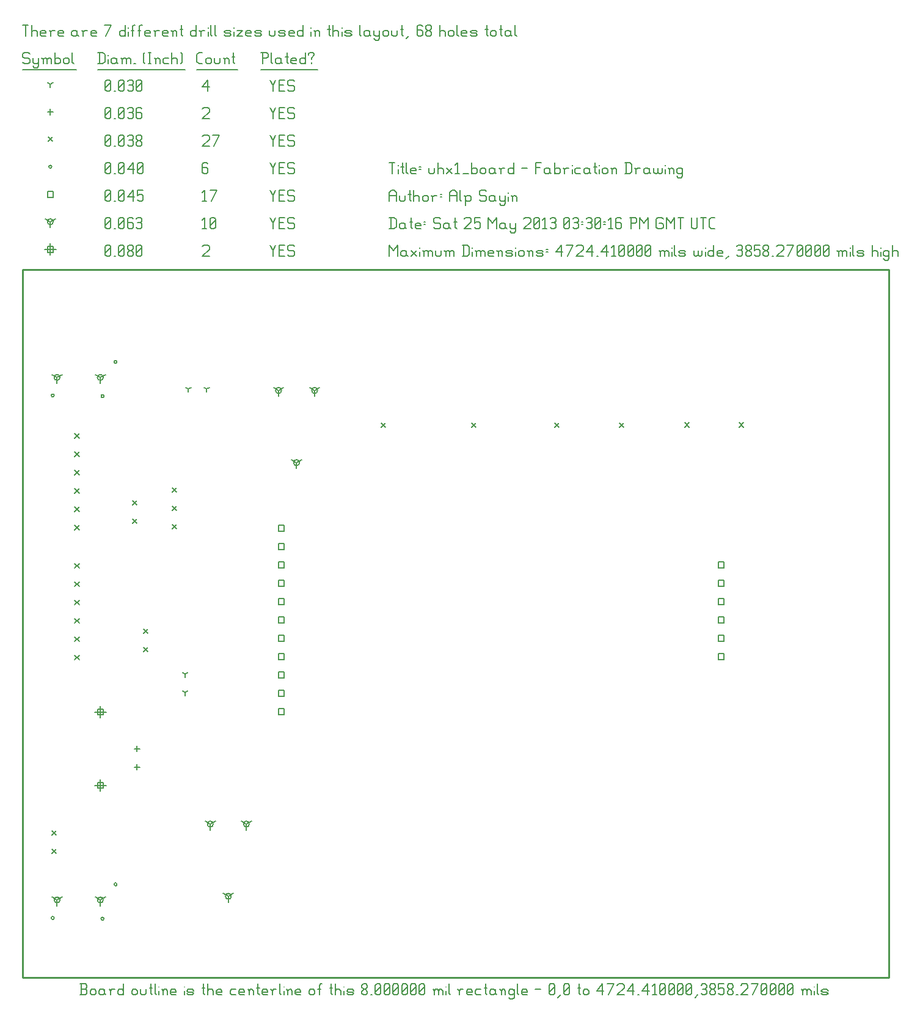
<source format=gbr>
G04 start of page 17 for group -3984 idx -3984 *
G04 Title: uhx1_board, fab *
G04 Creator: pcb 20110918 *
G04 CreationDate: Sat 25 May 2013 03:30:16 PM GMT UTC *
G04 For: alpsayin *
G04 Format: Gerber/RS-274X *
G04 PCB-Dimensions: 472441 385827 *
G04 PCB-Coordinate-Origin: lower left *
%MOIN*%
%FSLAX25Y25*%
%LNFAB*%
%ADD176C,0.0100*%
%ADD175C,0.0075*%
%ADD174C,0.0060*%
%ADD173C,0.0080*%
G54D173*X42335Y107959D02*Y101559D01*
X39135Y104759D02*X45535D01*
X40735Y106359D02*X43935D01*
X40735D02*Y103159D01*
X43935D01*
Y106359D02*Y103159D01*
X42335Y147959D02*Y141559D01*
X39135Y144759D02*X45535D01*
X40735Y146359D02*X43935D01*
X40735D02*Y143159D01*
X43935D01*
Y146359D02*Y143159D01*
X15000Y400277D02*Y393877D01*
X11800Y397077D02*X18200D01*
X13400Y398677D02*X16600D01*
X13400D02*Y395477D01*
X16600D01*
Y398677D02*Y395477D01*
G54D174*X135000Y399327D02*X136500Y396327D01*
X138000Y399327D01*
X136500Y396327D02*Y393327D01*
X139800Y396627D02*X142050D01*
X139800Y393327D02*X142800D01*
X139800Y399327D02*Y393327D01*
Y399327D02*X142800D01*
X147600D02*X148350Y398577D01*
X145350Y399327D02*X147600D01*
X144600Y398577D02*X145350Y399327D01*
X144600Y398577D02*Y397077D01*
X145350Y396327D01*
X147600D01*
X148350Y395577D01*
Y394077D01*
X147600Y393327D02*X148350Y394077D01*
X145350Y393327D02*X147600D01*
X144600Y394077D02*X145350Y393327D01*
X98000Y398577D02*X98750Y399327D01*
X101000D01*
X101750Y398577D01*
Y397077D01*
X98000Y393327D02*X101750Y397077D01*
X98000Y393327D02*X101750D01*
X45000Y394077D02*X45750Y393327D01*
X45000Y398577D02*Y394077D01*
Y398577D02*X45750Y399327D01*
X47250D01*
X48000Y398577D01*
Y394077D01*
X47250Y393327D02*X48000Y394077D01*
X45750Y393327D02*X47250D01*
X45000Y394827D02*X48000Y397827D01*
X49800Y393327D02*X50550D01*
X52350Y394077D02*X53100Y393327D01*
X52350Y398577D02*Y394077D01*
Y398577D02*X53100Y399327D01*
X54600D01*
X55350Y398577D01*
Y394077D01*
X54600Y393327D02*X55350Y394077D01*
X53100Y393327D02*X54600D01*
X52350Y394827D02*X55350Y397827D01*
X57150Y394077D02*X57900Y393327D01*
X57150Y395277D02*Y394077D01*
Y395277D02*X58200Y396327D01*
X59100D01*
X60150Y395277D01*
Y394077D01*
X59400Y393327D02*X60150Y394077D01*
X57900Y393327D02*X59400D01*
X57150Y397377D02*X58200Y396327D01*
X57150Y398577D02*Y397377D01*
Y398577D02*X57900Y399327D01*
X59400D01*
X60150Y398577D01*
Y397377D01*
X59100Y396327D02*X60150Y397377D01*
X61950Y394077D02*X62700Y393327D01*
X61950Y398577D02*Y394077D01*
Y398577D02*X62700Y399327D01*
X64200D01*
X64950Y398577D01*
Y394077D01*
X64200Y393327D02*X64950Y394077D01*
X62700Y393327D02*X64200D01*
X61950Y394827D02*X64950Y397827D01*
X139511Y320091D02*Y316891D01*
Y320091D02*X142284Y321691D01*
X139511Y320091D02*X136738Y321691D01*
X137911Y320091D02*G75*G03X141111Y320091I1600J0D01*G01*
G75*G03X137911Y320091I-1600J0D01*G01*
X149354Y280721D02*Y277521D01*
Y280721D02*X152127Y282321D01*
X149354Y280721D02*X146581Y282321D01*
X147754Y280721D02*G75*G03X150954Y280721I1600J0D01*G01*
G75*G03X147754Y280721I-1600J0D01*G01*
X159197Y320091D02*Y316891D01*
Y320091D02*X161970Y321691D01*
X159197Y320091D02*X156424Y321691D01*
X157597Y320091D02*G75*G03X160797Y320091I1600J0D01*G01*
G75*G03X157597Y320091I-1600J0D01*G01*
X102278Y83664D02*Y80464D01*
Y83664D02*X105051Y85264D01*
X102278Y83664D02*X99505Y85264D01*
X100678Y83664D02*G75*G03X103878Y83664I1600J0D01*G01*
G75*G03X100678Y83664I-1600J0D01*G01*
X112121Y44294D02*Y41094D01*
Y44294D02*X114894Y45894D01*
X112121Y44294D02*X109348Y45894D01*
X110521Y44294D02*G75*G03X113721Y44294I1600J0D01*G01*
G75*G03X110521Y44294I-1600J0D01*G01*
X121964Y83664D02*Y80464D01*
Y83664D02*X124737Y85264D01*
X121964Y83664D02*X119191Y85264D01*
X120364Y83664D02*G75*G03X123564Y83664I1600J0D01*G01*
G75*G03X120364Y83664I-1600J0D01*G01*
X18661Y42308D02*Y39108D01*
Y42308D02*X21434Y43908D01*
X18661Y42308D02*X15888Y43908D01*
X17061Y42308D02*G75*G03X20261Y42308I1600J0D01*G01*
G75*G03X17061Y42308I-1600J0D01*G01*
X42283D02*Y39108D01*
Y42308D02*X45056Y43908D01*
X42283Y42308D02*X39510Y43908D01*
X40683Y42308D02*G75*G03X43883Y42308I1600J0D01*G01*
G75*G03X40683Y42308I-1600J0D01*G01*
X18661Y327215D02*Y324015D01*
Y327215D02*X21434Y328815D01*
X18661Y327215D02*X15888Y328815D01*
X17061Y327215D02*G75*G03X20261Y327215I1600J0D01*G01*
G75*G03X17061Y327215I-1600J0D01*G01*
X42283D02*Y324015D01*
Y327215D02*X45056Y328815D01*
X42283Y327215D02*X39510Y328815D01*
X40683Y327215D02*G75*G03X43883Y327215I1600J0D01*G01*
G75*G03X40683Y327215I-1600J0D01*G01*
X15000Y412077D02*Y408877D01*
Y412077D02*X17773Y413677D01*
X15000Y412077D02*X12227Y413677D01*
X13400Y412077D02*G75*G03X16600Y412077I1600J0D01*G01*
G75*G03X13400Y412077I-1600J0D01*G01*
X135000Y414327D02*X136500Y411327D01*
X138000Y414327D01*
X136500Y411327D02*Y408327D01*
X139800Y411627D02*X142050D01*
X139800Y408327D02*X142800D01*
X139800Y414327D02*Y408327D01*
Y414327D02*X142800D01*
X147600D02*X148350Y413577D01*
X145350Y414327D02*X147600D01*
X144600Y413577D02*X145350Y414327D01*
X144600Y413577D02*Y412077D01*
X145350Y411327D01*
X147600D01*
X148350Y410577D01*
Y409077D01*
X147600Y408327D02*X148350Y409077D01*
X145350Y408327D02*X147600D01*
X144600Y409077D02*X145350Y408327D01*
X98000Y413127D02*X99200Y414327D01*
Y408327D01*
X98000D02*X100250D01*
X102050Y409077D02*X102800Y408327D01*
X102050Y413577D02*Y409077D01*
Y413577D02*X102800Y414327D01*
X104300D01*
X105050Y413577D01*
Y409077D01*
X104300Y408327D02*X105050Y409077D01*
X102800Y408327D02*X104300D01*
X102050Y409827D02*X105050Y412827D01*
X45000Y409077D02*X45750Y408327D01*
X45000Y413577D02*Y409077D01*
Y413577D02*X45750Y414327D01*
X47250D01*
X48000Y413577D01*
Y409077D01*
X47250Y408327D02*X48000Y409077D01*
X45750Y408327D02*X47250D01*
X45000Y409827D02*X48000Y412827D01*
X49800Y408327D02*X50550D01*
X52350Y409077D02*X53100Y408327D01*
X52350Y413577D02*Y409077D01*
Y413577D02*X53100Y414327D01*
X54600D01*
X55350Y413577D01*
Y409077D01*
X54600Y408327D02*X55350Y409077D01*
X53100Y408327D02*X54600D01*
X52350Y409827D02*X55350Y412827D01*
X59400Y414327D02*X60150Y413577D01*
X57900Y414327D02*X59400D01*
X57150Y413577D02*X57900Y414327D01*
X57150Y413577D02*Y409077D01*
X57900Y408327D01*
X59400Y411627D02*X60150Y410877D01*
X57150Y411627D02*X59400D01*
X57900Y408327D02*X59400D01*
X60150Y409077D01*
Y410877D02*Y409077D01*
X61950Y413577D02*X62700Y414327D01*
X64200D01*
X64950Y413577D01*
X64200Y408327D02*X64950Y409077D01*
X62700Y408327D02*X64200D01*
X61950Y409077D02*X62700Y408327D01*
Y411627D02*X64200D01*
X64950Y413577D02*Y412377D01*
Y410877D02*Y409077D01*
Y410877D02*X64200Y411627D01*
X64950Y412377D02*X64200Y411627D01*
X139503Y246590D02*X142703D01*
X139503D02*Y243390D01*
X142703D01*
Y246590D02*Y243390D01*
X139503Y236590D02*X142703D01*
X139503D02*Y233390D01*
X142703D01*
Y236590D02*Y233390D01*
X139503Y226590D02*X142703D01*
X139503D02*Y223390D01*
X142703D01*
Y226590D02*Y223390D01*
X139503Y216590D02*X142703D01*
X139503D02*Y213390D01*
X142703D01*
Y216590D02*Y213390D01*
X139503Y206590D02*X142703D01*
X139503D02*Y203390D01*
X142703D01*
Y206590D02*Y203390D01*
X139503Y196590D02*X142703D01*
X139503D02*Y193390D01*
X142703D01*
Y196590D02*Y193390D01*
X139503Y186590D02*X142703D01*
X139503D02*Y183390D01*
X142703D01*
Y186590D02*Y183390D01*
X139503Y176590D02*X142703D01*
X139503D02*Y173390D01*
X142703D01*
Y176590D02*Y173390D01*
X139503Y166590D02*X142703D01*
X139503D02*Y163390D01*
X142703D01*
Y166590D02*Y163390D01*
X139503Y156590D02*X142703D01*
X139503D02*Y153390D01*
X142703D01*
Y156590D02*Y153390D01*
X139503Y146590D02*X142703D01*
X139503D02*Y143390D01*
X142703D01*
Y146590D02*Y143390D01*
X379503Y226590D02*X382703D01*
X379503D02*Y223390D01*
X382703D01*
Y226590D02*Y223390D01*
X379503Y216590D02*X382703D01*
X379503D02*Y213390D01*
X382703D01*
Y216590D02*Y213390D01*
X379503Y206590D02*X382703D01*
X379503D02*Y203390D01*
X382703D01*
Y206590D02*Y203390D01*
X379503Y196590D02*X382703D01*
X379503D02*Y193390D01*
X382703D01*
Y196590D02*Y193390D01*
X379503Y186590D02*X382703D01*
X379503D02*Y183390D01*
X382703D01*
Y186590D02*Y183390D01*
X379503Y176590D02*X382703D01*
X379503D02*Y173390D01*
X382703D01*
Y176590D02*Y173390D01*
X13400Y428677D02*X16600D01*
X13400D02*Y425477D01*
X16600D01*
Y428677D02*Y425477D01*
X135000Y429327D02*X136500Y426327D01*
X138000Y429327D01*
X136500Y426327D02*Y423327D01*
X139800Y426627D02*X142050D01*
X139800Y423327D02*X142800D01*
X139800Y429327D02*Y423327D01*
Y429327D02*X142800D01*
X147600D02*X148350Y428577D01*
X145350Y429327D02*X147600D01*
X144600Y428577D02*X145350Y429327D01*
X144600Y428577D02*Y427077D01*
X145350Y426327D01*
X147600D01*
X148350Y425577D01*
Y424077D01*
X147600Y423327D02*X148350Y424077D01*
X145350Y423327D02*X147600D01*
X144600Y424077D02*X145350Y423327D01*
X98000Y428127D02*X99200Y429327D01*
Y423327D01*
X98000D02*X100250D01*
X102800D02*X105800Y429327D01*
X102050D02*X105800D01*
X45000Y424077D02*X45750Y423327D01*
X45000Y428577D02*Y424077D01*
Y428577D02*X45750Y429327D01*
X47250D01*
X48000Y428577D01*
Y424077D01*
X47250Y423327D02*X48000Y424077D01*
X45750Y423327D02*X47250D01*
X45000Y424827D02*X48000Y427827D01*
X49800Y423327D02*X50550D01*
X52350Y424077D02*X53100Y423327D01*
X52350Y428577D02*Y424077D01*
Y428577D02*X53100Y429327D01*
X54600D01*
X55350Y428577D01*
Y424077D01*
X54600Y423327D02*X55350Y424077D01*
X53100Y423327D02*X54600D01*
X52350Y424827D02*X55350Y427827D01*
X57150Y425577D02*X60150Y429327D01*
X57150Y425577D02*X60900D01*
X60150Y429327D02*Y423327D01*
X62700Y429327D02*X65700D01*
X62700D02*Y426327D01*
X63450Y427077D01*
X64950D01*
X65700Y426327D01*
Y424077D01*
X64950Y423327D02*X65700Y424077D01*
X63450Y423327D02*X64950D01*
X62700Y424077D02*X63450Y423327D01*
X15499Y32465D02*G75*G03X17099Y32465I800J0D01*G01*
G75*G03X15499Y32465I-800J0D01*G01*
X42665Y32071D02*G75*G03X44265Y32071I800J0D01*G01*
G75*G03X42665Y32071I-800J0D01*G01*
X49751Y50772D02*G75*G03X51351Y50772I800J0D01*G01*
G75*G03X49751Y50772I-800J0D01*G01*
X15499Y317372D02*G75*G03X17099Y317372I800J0D01*G01*
G75*G03X15499Y317372I-800J0D01*G01*
X42665Y316978D02*G75*G03X44265Y316978I800J0D01*G01*
G75*G03X42665Y316978I-800J0D01*G01*
X49751Y335679D02*G75*G03X51351Y335679I800J0D01*G01*
G75*G03X49751Y335679I-800J0D01*G01*
X14200Y442077D02*G75*G03X15800Y442077I800J0D01*G01*
G75*G03X14200Y442077I-800J0D01*G01*
X135000Y444327D02*X136500Y441327D01*
X138000Y444327D01*
X136500Y441327D02*Y438327D01*
X139800Y441627D02*X142050D01*
X139800Y438327D02*X142800D01*
X139800Y444327D02*Y438327D01*
Y444327D02*X142800D01*
X147600D02*X148350Y443577D01*
X145350Y444327D02*X147600D01*
X144600Y443577D02*X145350Y444327D01*
X144600Y443577D02*Y442077D01*
X145350Y441327D01*
X147600D01*
X148350Y440577D01*
Y439077D01*
X147600Y438327D02*X148350Y439077D01*
X145350Y438327D02*X147600D01*
X144600Y439077D02*X145350Y438327D01*
X100250Y444327D02*X101000Y443577D01*
X98750Y444327D02*X100250D01*
X98000Y443577D02*X98750Y444327D01*
X98000Y443577D02*Y439077D01*
X98750Y438327D01*
X100250Y441627D02*X101000Y440877D01*
X98000Y441627D02*X100250D01*
X98750Y438327D02*X100250D01*
X101000Y439077D01*
Y440877D02*Y439077D01*
X45000D02*X45750Y438327D01*
X45000Y443577D02*Y439077D01*
Y443577D02*X45750Y444327D01*
X47250D01*
X48000Y443577D01*
Y439077D01*
X47250Y438327D02*X48000Y439077D01*
X45750Y438327D02*X47250D01*
X45000Y439827D02*X48000Y442827D01*
X49800Y438327D02*X50550D01*
X52350Y439077D02*X53100Y438327D01*
X52350Y443577D02*Y439077D01*
Y443577D02*X53100Y444327D01*
X54600D01*
X55350Y443577D01*
Y439077D01*
X54600Y438327D02*X55350Y439077D01*
X53100Y438327D02*X54600D01*
X52350Y439827D02*X55350Y442827D01*
X57150Y440577D02*X60150Y444327D01*
X57150Y440577D02*X60900D01*
X60150Y444327D02*Y438327D01*
X62700Y439077D02*X63450Y438327D01*
X62700Y443577D02*Y439077D01*
Y443577D02*X63450Y444327D01*
X64950D01*
X65700Y443577D01*
Y439077D01*
X64950Y438327D02*X65700Y439077D01*
X63450Y438327D02*X64950D01*
X62700Y439827D02*X65700Y442827D01*
X28320Y175651D02*X30720Y173251D01*
X28320D02*X30720Y175651D01*
X28320Y185651D02*X30720Y183251D01*
X28320D02*X30720Y185651D01*
X28320Y195651D02*X30720Y193251D01*
X28320D02*X30720Y195651D01*
X28320Y205651D02*X30720Y203251D01*
X28320D02*X30720Y205651D01*
X28320Y215651D02*X30720Y213251D01*
X28320D02*X30720Y215651D01*
X28320Y225651D02*X30720Y223251D01*
X28320D02*X30720Y225651D01*
X81456Y267139D02*X83856Y264739D01*
X81456D02*X83856Y267139D01*
X81456Y257139D02*X83856Y254739D01*
X81456D02*X83856Y257139D01*
X81456Y247139D02*X83856Y244739D01*
X81456D02*X83856Y247139D01*
X325488Y302403D02*X327888Y300003D01*
X325488D02*X327888Y302403D01*
X244800D02*X247200Y300003D01*
X244800D02*X247200Y302403D01*
X290064D02*X292464Y300003D01*
X290064D02*X292464Y302403D01*
X195586D02*X197986Y300003D01*
X195586D02*X197986Y302403D01*
X28320Y246499D02*X30720Y244099D01*
X28320D02*X30720Y246499D01*
X28320Y256499D02*X30720Y254099D01*
X28320D02*X30720Y256499D01*
X28320Y266499D02*X30720Y264099D01*
X28320D02*X30720Y266499D01*
X28320Y276499D02*X30720Y274099D01*
X28320D02*X30720Y276499D01*
X28320Y286499D02*X30720Y284099D01*
X28320D02*X30720Y286499D01*
X28320Y296499D02*X30720Y294099D01*
X28320D02*X30720Y296499D01*
X15800Y80027D02*X18200Y77627D01*
X15800D02*X18200Y80027D01*
X15800Y70027D02*X18200Y67627D01*
X15800D02*X18200Y70027D01*
X65800Y180027D02*X68200Y177627D01*
X65800D02*X68200Y180027D01*
X65800Y190027D02*X68200Y187627D01*
X65800D02*X68200Y190027D01*
X59800Y250027D02*X62200Y247627D01*
X59800D02*X62200Y250027D01*
X59800Y260027D02*X62200Y257627D01*
X59800D02*X62200Y260027D01*
X361300Y302527D02*X363700Y300127D01*
X361300D02*X363700Y302527D01*
X390800D02*X393200Y300127D01*
X390800D02*X393200Y302527D01*
X13800Y458277D02*X16200Y455877D01*
X13800D02*X16200Y458277D01*
X135000Y459327D02*X136500Y456327D01*
X138000Y459327D01*
X136500Y456327D02*Y453327D01*
X139800Y456627D02*X142050D01*
X139800Y453327D02*X142800D01*
X139800Y459327D02*Y453327D01*
Y459327D02*X142800D01*
X147600D02*X148350Y458577D01*
X145350Y459327D02*X147600D01*
X144600Y458577D02*X145350Y459327D01*
X144600Y458577D02*Y457077D01*
X145350Y456327D01*
X147600D01*
X148350Y455577D01*
Y454077D01*
X147600Y453327D02*X148350Y454077D01*
X145350Y453327D02*X147600D01*
X144600Y454077D02*X145350Y453327D01*
X98000Y458577D02*X98750Y459327D01*
X101000D01*
X101750Y458577D01*
Y457077D01*
X98000Y453327D02*X101750Y457077D01*
X98000Y453327D02*X101750D01*
X104300D02*X107300Y459327D01*
X103550D02*X107300D01*
X45000Y454077D02*X45750Y453327D01*
X45000Y458577D02*Y454077D01*
Y458577D02*X45750Y459327D01*
X47250D01*
X48000Y458577D01*
Y454077D01*
X47250Y453327D02*X48000Y454077D01*
X45750Y453327D02*X47250D01*
X45000Y454827D02*X48000Y457827D01*
X49800Y453327D02*X50550D01*
X52350Y454077D02*X53100Y453327D01*
X52350Y458577D02*Y454077D01*
Y458577D02*X53100Y459327D01*
X54600D01*
X55350Y458577D01*
Y454077D01*
X54600Y453327D02*X55350Y454077D01*
X53100Y453327D02*X54600D01*
X52350Y454827D02*X55350Y457827D01*
X57150Y458577D02*X57900Y459327D01*
X59400D01*
X60150Y458577D01*
X59400Y453327D02*X60150Y454077D01*
X57900Y453327D02*X59400D01*
X57150Y454077D02*X57900Y453327D01*
Y456627D02*X59400D01*
X60150Y458577D02*Y457377D01*
Y455877D02*Y454077D01*
Y455877D02*X59400Y456627D01*
X60150Y457377D02*X59400Y456627D01*
X61950Y454077D02*X62700Y453327D01*
X61950Y455277D02*Y454077D01*
Y455277D02*X63000Y456327D01*
X63900D01*
X64950Y455277D01*
Y454077D01*
X64200Y453327D02*X64950Y454077D01*
X62700Y453327D02*X64200D01*
X61950Y457377D02*X63000Y456327D01*
X61950Y458577D02*Y457377D01*
Y458577D02*X62700Y459327D01*
X64200D01*
X64950Y458577D01*
Y457377D01*
X63900Y456327D02*X64950Y457377D01*
X62335Y116359D02*Y113159D01*
X60735Y114759D02*X63935D01*
X62335Y126359D02*Y123159D01*
X60735Y124759D02*X63935D01*
X15000Y473677D02*Y470477D01*
X13400Y472077D02*X16600D01*
X135000Y474327D02*X136500Y471327D01*
X138000Y474327D01*
X136500Y471327D02*Y468327D01*
X139800Y471627D02*X142050D01*
X139800Y468327D02*X142800D01*
X139800Y474327D02*Y468327D01*
Y474327D02*X142800D01*
X147600D02*X148350Y473577D01*
X145350Y474327D02*X147600D01*
X144600Y473577D02*X145350Y474327D01*
X144600Y473577D02*Y472077D01*
X145350Y471327D01*
X147600D01*
X148350Y470577D01*
Y469077D01*
X147600Y468327D02*X148350Y469077D01*
X145350Y468327D02*X147600D01*
X144600Y469077D02*X145350Y468327D01*
X98000Y473577D02*X98750Y474327D01*
X101000D01*
X101750Y473577D01*
Y472077D01*
X98000Y468327D02*X101750Y472077D01*
X98000Y468327D02*X101750D01*
X45000Y469077D02*X45750Y468327D01*
X45000Y473577D02*Y469077D01*
Y473577D02*X45750Y474327D01*
X47250D01*
X48000Y473577D01*
Y469077D01*
X47250Y468327D02*X48000Y469077D01*
X45750Y468327D02*X47250D01*
X45000Y469827D02*X48000Y472827D01*
X49800Y468327D02*X50550D01*
X52350Y469077D02*X53100Y468327D01*
X52350Y473577D02*Y469077D01*
Y473577D02*X53100Y474327D01*
X54600D01*
X55350Y473577D01*
Y469077D01*
X54600Y468327D02*X55350Y469077D01*
X53100Y468327D02*X54600D01*
X52350Y469827D02*X55350Y472827D01*
X57150Y473577D02*X57900Y474327D01*
X59400D01*
X60150Y473577D01*
X59400Y468327D02*X60150Y469077D01*
X57900Y468327D02*X59400D01*
X57150Y469077D02*X57900Y468327D01*
Y471627D02*X59400D01*
X60150Y473577D02*Y472377D01*
Y470877D02*Y469077D01*
Y470877D02*X59400Y471627D01*
X60150Y472377D02*X59400Y471627D01*
X64200Y474327D02*X64950Y473577D01*
X62700Y474327D02*X64200D01*
X61950Y473577D02*X62700Y474327D01*
X61950Y473577D02*Y469077D01*
X62700Y468327D01*
X64200Y471627D02*X64950Y470877D01*
X61950Y471627D02*X64200D01*
X62700Y468327D02*X64200D01*
X64950Y469077D01*
Y470877D02*Y469077D01*
X90368Y320883D02*Y319283D01*
Y320883D02*X91755Y321683D01*
X90368Y320883D02*X88981Y321683D01*
X100368Y320883D02*Y319283D01*
Y320883D02*X101755Y321683D01*
X100368Y320883D02*X98981Y321683D01*
X88560Y165411D02*Y163811D01*
Y165411D02*X89947Y166211D01*
X88560Y165411D02*X87173Y166211D01*
X88560Y155411D02*Y153811D01*
Y155411D02*X89947Y156211D01*
X88560Y155411D02*X87173Y156211D01*
X15000Y487077D02*Y485477D01*
Y487077D02*X16387Y487877D01*
X15000Y487077D02*X13613Y487877D01*
X135000Y489327D02*X136500Y486327D01*
X138000Y489327D01*
X136500Y486327D02*Y483327D01*
X139800Y486627D02*X142050D01*
X139800Y483327D02*X142800D01*
X139800Y489327D02*Y483327D01*
Y489327D02*X142800D01*
X147600D02*X148350Y488577D01*
X145350Y489327D02*X147600D01*
X144600Y488577D02*X145350Y489327D01*
X144600Y488577D02*Y487077D01*
X145350Y486327D01*
X147600D01*
X148350Y485577D01*
Y484077D01*
X147600Y483327D02*X148350Y484077D01*
X145350Y483327D02*X147600D01*
X144600Y484077D02*X145350Y483327D01*
X98000Y485577D02*X101000Y489327D01*
X98000Y485577D02*X101750D01*
X101000Y489327D02*Y483327D01*
X45000Y484077D02*X45750Y483327D01*
X45000Y488577D02*Y484077D01*
Y488577D02*X45750Y489327D01*
X47250D01*
X48000Y488577D01*
Y484077D01*
X47250Y483327D02*X48000Y484077D01*
X45750Y483327D02*X47250D01*
X45000Y484827D02*X48000Y487827D01*
X49800Y483327D02*X50550D01*
X52350Y484077D02*X53100Y483327D01*
X52350Y488577D02*Y484077D01*
Y488577D02*X53100Y489327D01*
X54600D01*
X55350Y488577D01*
Y484077D01*
X54600Y483327D02*X55350Y484077D01*
X53100Y483327D02*X54600D01*
X52350Y484827D02*X55350Y487827D01*
X57150Y488577D02*X57900Y489327D01*
X59400D01*
X60150Y488577D01*
X59400Y483327D02*X60150Y484077D01*
X57900Y483327D02*X59400D01*
X57150Y484077D02*X57900Y483327D01*
Y486627D02*X59400D01*
X60150Y488577D02*Y487377D01*
Y485877D02*Y484077D01*
Y485877D02*X59400Y486627D01*
X60150Y487377D02*X59400Y486627D01*
X61950Y484077D02*X62700Y483327D01*
X61950Y488577D02*Y484077D01*
Y488577D02*X62700Y489327D01*
X64200D01*
X64950Y488577D01*
Y484077D01*
X64200Y483327D02*X64950Y484077D01*
X62700Y483327D02*X64200D01*
X61950Y484827D02*X64950Y487827D01*
X3000Y504327D02*X3750Y503577D01*
X750Y504327D02*X3000D01*
X0Y503577D02*X750Y504327D01*
X0Y503577D02*Y502077D01*
X750Y501327D01*
X3000D01*
X3750Y500577D01*
Y499077D01*
X3000Y498327D02*X3750Y499077D01*
X750Y498327D02*X3000D01*
X0Y499077D02*X750Y498327D01*
X5550Y501327D02*Y499077D01*
X6300Y498327D01*
X8550Y501327D02*Y496827D01*
X7800Y496077D02*X8550Y496827D01*
X6300Y496077D02*X7800D01*
X5550Y496827D02*X6300Y496077D01*
Y498327D02*X7800D01*
X8550Y499077D01*
X11100Y500577D02*Y498327D01*
Y500577D02*X11850Y501327D01*
X12600D01*
X13350Y500577D01*
Y498327D01*
Y500577D02*X14100Y501327D01*
X14850D01*
X15600Y500577D01*
Y498327D01*
X10350Y501327D02*X11100Y500577D01*
X17400Y504327D02*Y498327D01*
Y499077D02*X18150Y498327D01*
X19650D01*
X20400Y499077D01*
Y500577D02*Y499077D01*
X19650Y501327D02*X20400Y500577D01*
X18150Y501327D02*X19650D01*
X17400Y500577D02*X18150Y501327D01*
X22200Y500577D02*Y499077D01*
Y500577D02*X22950Y501327D01*
X24450D01*
X25200Y500577D01*
Y499077D01*
X24450Y498327D02*X25200Y499077D01*
X22950Y498327D02*X24450D01*
X22200Y499077D02*X22950Y498327D01*
X27000Y504327D02*Y499077D01*
X27750Y498327D01*
X0Y495077D02*X29250D01*
X41750Y504327D02*Y498327D01*
X43700Y504327D02*X44750Y503277D01*
Y499377D01*
X43700Y498327D02*X44750Y499377D01*
X41000Y498327D02*X43700D01*
X41000Y504327D02*X43700D01*
G54D175*X46550Y502827D02*Y502677D01*
G54D174*Y500577D02*Y498327D01*
X50300Y501327D02*X51050Y500577D01*
X48800Y501327D02*X50300D01*
X48050Y500577D02*X48800Y501327D01*
X48050Y500577D02*Y499077D01*
X48800Y498327D01*
X51050Y501327D02*Y499077D01*
X51800Y498327D01*
X48800D02*X50300D01*
X51050Y499077D01*
X54350Y500577D02*Y498327D01*
Y500577D02*X55100Y501327D01*
X55850D01*
X56600Y500577D01*
Y498327D01*
Y500577D02*X57350Y501327D01*
X58100D01*
X58850Y500577D01*
Y498327D01*
X53600Y501327D02*X54350Y500577D01*
X60650Y498327D02*X61400D01*
X65900Y499077D02*X66650Y498327D01*
X65900Y503577D02*X66650Y504327D01*
X65900Y503577D02*Y499077D01*
X68450Y504327D02*X69950D01*
X69200D02*Y498327D01*
X68450D02*X69950D01*
X72500Y500577D02*Y498327D01*
Y500577D02*X73250Y501327D01*
X74000D01*
X74750Y500577D01*
Y498327D01*
X71750Y501327D02*X72500Y500577D01*
X77300Y501327D02*X79550D01*
X76550Y500577D02*X77300Y501327D01*
X76550Y500577D02*Y499077D01*
X77300Y498327D01*
X79550D01*
X81350Y504327D02*Y498327D01*
Y500577D02*X82100Y501327D01*
X83600D01*
X84350Y500577D01*
Y498327D01*
X86150Y504327D02*X86900Y503577D01*
Y499077D01*
X86150Y498327D02*X86900Y499077D01*
X41000Y495077D02*X88700D01*
X96050Y498327D02*X98000D01*
X95000Y499377D02*X96050Y498327D01*
X95000Y503277D02*Y499377D01*
Y503277D02*X96050Y504327D01*
X98000D01*
X99800Y500577D02*Y499077D01*
Y500577D02*X100550Y501327D01*
X102050D01*
X102800Y500577D01*
Y499077D01*
X102050Y498327D02*X102800Y499077D01*
X100550Y498327D02*X102050D01*
X99800Y499077D02*X100550Y498327D01*
X104600Y501327D02*Y499077D01*
X105350Y498327D01*
X106850D01*
X107600Y499077D01*
Y501327D02*Y499077D01*
X110150Y500577D02*Y498327D01*
Y500577D02*X110900Y501327D01*
X111650D01*
X112400Y500577D01*
Y498327D01*
X109400Y501327D02*X110150Y500577D01*
X114950Y504327D02*Y499077D01*
X115700Y498327D01*
X114200Y502077D02*X115700D01*
X95000Y495077D02*X117200D01*
X130750Y504327D02*Y498327D01*
X130000Y504327D02*X133000D01*
X133750Y503577D01*
Y502077D01*
X133000Y501327D02*X133750Y502077D01*
X130750Y501327D02*X133000D01*
X135550Y504327D02*Y499077D01*
X136300Y498327D01*
X140050Y501327D02*X140800Y500577D01*
X138550Y501327D02*X140050D01*
X137800Y500577D02*X138550Y501327D01*
X137800Y500577D02*Y499077D01*
X138550Y498327D01*
X140800Y501327D02*Y499077D01*
X141550Y498327D01*
X138550D02*X140050D01*
X140800Y499077D01*
X144100Y504327D02*Y499077D01*
X144850Y498327D01*
X143350Y502077D02*X144850D01*
X147100Y498327D02*X149350D01*
X146350Y499077D02*X147100Y498327D01*
X146350Y500577D02*Y499077D01*
Y500577D02*X147100Y501327D01*
X148600D01*
X149350Y500577D01*
X146350Y499827D02*X149350D01*
Y500577D02*Y499827D01*
X154150Y504327D02*Y498327D01*
X153400D02*X154150Y499077D01*
X151900Y498327D02*X153400D01*
X151150Y499077D02*X151900Y498327D01*
X151150Y500577D02*Y499077D01*
Y500577D02*X151900Y501327D01*
X153400D01*
X154150Y500577D01*
X157450Y501327D02*Y500577D01*
Y499077D02*Y498327D01*
X155950Y503577D02*Y502827D01*
Y503577D02*X156700Y504327D01*
X158200D01*
X158950Y503577D01*
Y502827D01*
X157450Y501327D02*X158950Y502827D01*
X130000Y495077D02*X160750D01*
X0Y519327D02*X3000D01*
X1500D02*Y513327D01*
X4800Y519327D02*Y513327D01*
Y515577D02*X5550Y516327D01*
X7050D01*
X7800Y515577D01*
Y513327D01*
X10350D02*X12600D01*
X9600Y514077D02*X10350Y513327D01*
X9600Y515577D02*Y514077D01*
Y515577D02*X10350Y516327D01*
X11850D01*
X12600Y515577D01*
X9600Y514827D02*X12600D01*
Y515577D02*Y514827D01*
X15150Y515577D02*Y513327D01*
Y515577D02*X15900Y516327D01*
X17400D01*
X14400D02*X15150Y515577D01*
X19950Y513327D02*X22200D01*
X19200Y514077D02*X19950Y513327D01*
X19200Y515577D02*Y514077D01*
Y515577D02*X19950Y516327D01*
X21450D01*
X22200Y515577D01*
X19200Y514827D02*X22200D01*
Y515577D02*Y514827D01*
X28950Y516327D02*X29700Y515577D01*
X27450Y516327D02*X28950D01*
X26700Y515577D02*X27450Y516327D01*
X26700Y515577D02*Y514077D01*
X27450Y513327D01*
X29700Y516327D02*Y514077D01*
X30450Y513327D01*
X27450D02*X28950D01*
X29700Y514077D01*
X33000Y515577D02*Y513327D01*
Y515577D02*X33750Y516327D01*
X35250D01*
X32250D02*X33000Y515577D01*
X37800Y513327D02*X40050D01*
X37050Y514077D02*X37800Y513327D01*
X37050Y515577D02*Y514077D01*
Y515577D02*X37800Y516327D01*
X39300D01*
X40050Y515577D01*
X37050Y514827D02*X40050D01*
Y515577D02*Y514827D01*
X45300Y513327D02*X48300Y519327D01*
X44550D02*X48300D01*
X55800D02*Y513327D01*
X55050D02*X55800Y514077D01*
X53550Y513327D02*X55050D01*
X52800Y514077D02*X53550Y513327D01*
X52800Y515577D02*Y514077D01*
Y515577D02*X53550Y516327D01*
X55050D01*
X55800Y515577D01*
G54D175*X57600Y517827D02*Y517677D01*
G54D174*Y515577D02*Y513327D01*
X59850Y518577D02*Y513327D01*
Y518577D02*X60600Y519327D01*
X61350D01*
X59100Y516327D02*X60600D01*
X63600Y518577D02*Y513327D01*
Y518577D02*X64350Y519327D01*
X65100D01*
X62850Y516327D02*X64350D01*
X67350Y513327D02*X69600D01*
X66600Y514077D02*X67350Y513327D01*
X66600Y515577D02*Y514077D01*
Y515577D02*X67350Y516327D01*
X68850D01*
X69600Y515577D01*
X66600Y514827D02*X69600D01*
Y515577D02*Y514827D01*
X72150Y515577D02*Y513327D01*
Y515577D02*X72900Y516327D01*
X74400D01*
X71400D02*X72150Y515577D01*
X76950Y513327D02*X79200D01*
X76200Y514077D02*X76950Y513327D01*
X76200Y515577D02*Y514077D01*
Y515577D02*X76950Y516327D01*
X78450D01*
X79200Y515577D01*
X76200Y514827D02*X79200D01*
Y515577D02*Y514827D01*
X81750Y515577D02*Y513327D01*
Y515577D02*X82500Y516327D01*
X83250D01*
X84000Y515577D01*
Y513327D01*
X81000Y516327D02*X81750Y515577D01*
X86550Y519327D02*Y514077D01*
X87300Y513327D01*
X85800Y517077D02*X87300D01*
X94500Y519327D02*Y513327D01*
X93750D02*X94500Y514077D01*
X92250Y513327D02*X93750D01*
X91500Y514077D02*X92250Y513327D01*
X91500Y515577D02*Y514077D01*
Y515577D02*X92250Y516327D01*
X93750D01*
X94500Y515577D01*
X97050D02*Y513327D01*
Y515577D02*X97800Y516327D01*
X99300D01*
X96300D02*X97050Y515577D01*
G54D175*X101100Y517827D02*Y517677D01*
G54D174*Y515577D02*Y513327D01*
X102600Y519327D02*Y514077D01*
X103350Y513327D01*
X104850Y519327D02*Y514077D01*
X105600Y513327D01*
X110550D02*X112800D01*
X113550Y514077D01*
X112800Y514827D02*X113550Y514077D01*
X110550Y514827D02*X112800D01*
X109800Y515577D02*X110550Y514827D01*
X109800Y515577D02*X110550Y516327D01*
X112800D01*
X113550Y515577D01*
X109800Y514077D02*X110550Y513327D01*
G54D175*X115350Y517827D02*Y517677D01*
G54D174*Y515577D02*Y513327D01*
X116850Y516327D02*X119850D01*
X116850Y513327D02*X119850Y516327D01*
X116850Y513327D02*X119850D01*
X122400D02*X124650D01*
X121650Y514077D02*X122400Y513327D01*
X121650Y515577D02*Y514077D01*
Y515577D02*X122400Y516327D01*
X123900D01*
X124650Y515577D01*
X121650Y514827D02*X124650D01*
Y515577D02*Y514827D01*
X127200Y513327D02*X129450D01*
X130200Y514077D01*
X129450Y514827D02*X130200Y514077D01*
X127200Y514827D02*X129450D01*
X126450Y515577D02*X127200Y514827D01*
X126450Y515577D02*X127200Y516327D01*
X129450D01*
X130200Y515577D01*
X126450Y514077D02*X127200Y513327D01*
X134700Y516327D02*Y514077D01*
X135450Y513327D01*
X136950D01*
X137700Y514077D01*
Y516327D02*Y514077D01*
X140250Y513327D02*X142500D01*
X143250Y514077D01*
X142500Y514827D02*X143250Y514077D01*
X140250Y514827D02*X142500D01*
X139500Y515577D02*X140250Y514827D01*
X139500Y515577D02*X140250Y516327D01*
X142500D01*
X143250Y515577D01*
X139500Y514077D02*X140250Y513327D01*
X145800D02*X148050D01*
X145050Y514077D02*X145800Y513327D01*
X145050Y515577D02*Y514077D01*
Y515577D02*X145800Y516327D01*
X147300D01*
X148050Y515577D01*
X145050Y514827D02*X148050D01*
Y515577D02*Y514827D01*
X152850Y519327D02*Y513327D01*
X152100D02*X152850Y514077D01*
X150600Y513327D02*X152100D01*
X149850Y514077D02*X150600Y513327D01*
X149850Y515577D02*Y514077D01*
Y515577D02*X150600Y516327D01*
X152100D01*
X152850Y515577D01*
G54D175*X157350Y517827D02*Y517677D01*
G54D174*Y515577D02*Y513327D01*
X159600Y515577D02*Y513327D01*
Y515577D02*X160350Y516327D01*
X161100D01*
X161850Y515577D01*
Y513327D01*
X158850Y516327D02*X159600Y515577D01*
X167100Y519327D02*Y514077D01*
X167850Y513327D01*
X166350Y517077D02*X167850D01*
X169350Y519327D02*Y513327D01*
Y515577D02*X170100Y516327D01*
X171600D01*
X172350Y515577D01*
Y513327D01*
G54D175*X174150Y517827D02*Y517677D01*
G54D174*Y515577D02*Y513327D01*
X176400D02*X178650D01*
X179400Y514077D01*
X178650Y514827D02*X179400Y514077D01*
X176400Y514827D02*X178650D01*
X175650Y515577D02*X176400Y514827D01*
X175650Y515577D02*X176400Y516327D01*
X178650D01*
X179400Y515577D01*
X175650Y514077D02*X176400Y513327D01*
X183900Y519327D02*Y514077D01*
X184650Y513327D01*
X188400Y516327D02*X189150Y515577D01*
X186900Y516327D02*X188400D01*
X186150Y515577D02*X186900Y516327D01*
X186150Y515577D02*Y514077D01*
X186900Y513327D01*
X189150Y516327D02*Y514077D01*
X189900Y513327D01*
X186900D02*X188400D01*
X189150Y514077D01*
X191700Y516327D02*Y514077D01*
X192450Y513327D01*
X194700Y516327D02*Y511827D01*
X193950Y511077D02*X194700Y511827D01*
X192450Y511077D02*X193950D01*
X191700Y511827D02*X192450Y511077D01*
Y513327D02*X193950D01*
X194700Y514077D01*
X196500Y515577D02*Y514077D01*
Y515577D02*X197250Y516327D01*
X198750D01*
X199500Y515577D01*
Y514077D01*
X198750Y513327D02*X199500Y514077D01*
X197250Y513327D02*X198750D01*
X196500Y514077D02*X197250Y513327D01*
X201300Y516327D02*Y514077D01*
X202050Y513327D01*
X203550D01*
X204300Y514077D01*
Y516327D02*Y514077D01*
X206850Y519327D02*Y514077D01*
X207600Y513327D01*
X206100Y517077D02*X207600D01*
X209100Y511827D02*X210600Y513327D01*
X217350Y519327D02*X218100Y518577D01*
X215850Y519327D02*X217350D01*
X215100Y518577D02*X215850Y519327D01*
X215100Y518577D02*Y514077D01*
X215850Y513327D01*
X217350Y516627D02*X218100Y515877D01*
X215100Y516627D02*X217350D01*
X215850Y513327D02*X217350D01*
X218100Y514077D01*
Y515877D02*Y514077D01*
X219900D02*X220650Y513327D01*
X219900Y515277D02*Y514077D01*
Y515277D02*X220950Y516327D01*
X221850D01*
X222900Y515277D01*
Y514077D01*
X222150Y513327D02*X222900Y514077D01*
X220650Y513327D02*X222150D01*
X219900Y517377D02*X220950Y516327D01*
X219900Y518577D02*Y517377D01*
Y518577D02*X220650Y519327D01*
X222150D01*
X222900Y518577D01*
Y517377D01*
X221850Y516327D02*X222900Y517377D01*
X227400Y519327D02*Y513327D01*
Y515577D02*X228150Y516327D01*
X229650D01*
X230400Y515577D01*
Y513327D01*
X232200Y515577D02*Y514077D01*
Y515577D02*X232950Y516327D01*
X234450D01*
X235200Y515577D01*
Y514077D01*
X234450Y513327D02*X235200Y514077D01*
X232950Y513327D02*X234450D01*
X232200Y514077D02*X232950Y513327D01*
X237000Y519327D02*Y514077D01*
X237750Y513327D01*
X240000D02*X242250D01*
X239250Y514077D02*X240000Y513327D01*
X239250Y515577D02*Y514077D01*
Y515577D02*X240000Y516327D01*
X241500D01*
X242250Y515577D01*
X239250Y514827D02*X242250D01*
Y515577D02*Y514827D01*
X244800Y513327D02*X247050D01*
X247800Y514077D01*
X247050Y514827D02*X247800Y514077D01*
X244800Y514827D02*X247050D01*
X244050Y515577D02*X244800Y514827D01*
X244050Y515577D02*X244800Y516327D01*
X247050D01*
X247800Y515577D01*
X244050Y514077D02*X244800Y513327D01*
X253050Y519327D02*Y514077D01*
X253800Y513327D01*
X252300Y517077D02*X253800D01*
X255300Y515577D02*Y514077D01*
Y515577D02*X256050Y516327D01*
X257550D01*
X258300Y515577D01*
Y514077D01*
X257550Y513327D02*X258300Y514077D01*
X256050Y513327D02*X257550D01*
X255300Y514077D02*X256050Y513327D01*
X260850Y519327D02*Y514077D01*
X261600Y513327D01*
X260100Y517077D02*X261600D01*
X265350Y516327D02*X266100Y515577D01*
X263850Y516327D02*X265350D01*
X263100Y515577D02*X263850Y516327D01*
X263100Y515577D02*Y514077D01*
X263850Y513327D01*
X266100Y516327D02*Y514077D01*
X266850Y513327D01*
X263850D02*X265350D01*
X266100Y514077D01*
X268650Y519327D02*Y514077D01*
X269400Y513327D01*
G54D176*X0Y385827D02*X472441D01*
X0D02*Y0D01*
X472441Y385827D02*Y0D01*
X0D02*X472441D01*
G54D174*X200000Y399327D02*Y393327D01*
Y399327D02*X202250Y396327D01*
X204500Y399327D01*
Y393327D01*
X208550Y396327D02*X209300Y395577D01*
X207050Y396327D02*X208550D01*
X206300Y395577D02*X207050Y396327D01*
X206300Y395577D02*Y394077D01*
X207050Y393327D01*
X209300Y396327D02*Y394077D01*
X210050Y393327D01*
X207050D02*X208550D01*
X209300Y394077D01*
X211850Y396327D02*X214850Y393327D01*
X211850D02*X214850Y396327D01*
G54D175*X216650Y397827D02*Y397677D01*
G54D174*Y395577D02*Y393327D01*
X218900Y395577D02*Y393327D01*
Y395577D02*X219650Y396327D01*
X220400D01*
X221150Y395577D01*
Y393327D01*
Y395577D02*X221900Y396327D01*
X222650D01*
X223400Y395577D01*
Y393327D01*
X218150Y396327D02*X218900Y395577D01*
X225200Y396327D02*Y394077D01*
X225950Y393327D01*
X227450D01*
X228200Y394077D01*
Y396327D02*Y394077D01*
X230750Y395577D02*Y393327D01*
Y395577D02*X231500Y396327D01*
X232250D01*
X233000Y395577D01*
Y393327D01*
Y395577D02*X233750Y396327D01*
X234500D01*
X235250Y395577D01*
Y393327D01*
X230000Y396327D02*X230750Y395577D01*
X240500Y399327D02*Y393327D01*
X242450Y399327D02*X243500Y398277D01*
Y394377D01*
X242450Y393327D02*X243500Y394377D01*
X239750Y393327D02*X242450D01*
X239750Y399327D02*X242450D01*
G54D175*X245300Y397827D02*Y397677D01*
G54D174*Y395577D02*Y393327D01*
X247550Y395577D02*Y393327D01*
Y395577D02*X248300Y396327D01*
X249050D01*
X249800Y395577D01*
Y393327D01*
Y395577D02*X250550Y396327D01*
X251300D01*
X252050Y395577D01*
Y393327D01*
X246800Y396327D02*X247550Y395577D01*
X254600Y393327D02*X256850D01*
X253850Y394077D02*X254600Y393327D01*
X253850Y395577D02*Y394077D01*
Y395577D02*X254600Y396327D01*
X256100D01*
X256850Y395577D01*
X253850Y394827D02*X256850D01*
Y395577D02*Y394827D01*
X259400Y395577D02*Y393327D01*
Y395577D02*X260150Y396327D01*
X260900D01*
X261650Y395577D01*
Y393327D01*
X258650Y396327D02*X259400Y395577D01*
X264200Y393327D02*X266450D01*
X267200Y394077D01*
X266450Y394827D02*X267200Y394077D01*
X264200Y394827D02*X266450D01*
X263450Y395577D02*X264200Y394827D01*
X263450Y395577D02*X264200Y396327D01*
X266450D01*
X267200Y395577D01*
X263450Y394077D02*X264200Y393327D01*
G54D175*X269000Y397827D02*Y397677D01*
G54D174*Y395577D02*Y393327D01*
X270500Y395577D02*Y394077D01*
Y395577D02*X271250Y396327D01*
X272750D01*
X273500Y395577D01*
Y394077D01*
X272750Y393327D02*X273500Y394077D01*
X271250Y393327D02*X272750D01*
X270500Y394077D02*X271250Y393327D01*
X276050Y395577D02*Y393327D01*
Y395577D02*X276800Y396327D01*
X277550D01*
X278300Y395577D01*
Y393327D01*
X275300Y396327D02*X276050Y395577D01*
X280850Y393327D02*X283100D01*
X283850Y394077D01*
X283100Y394827D02*X283850Y394077D01*
X280850Y394827D02*X283100D01*
X280100Y395577D02*X280850Y394827D01*
X280100Y395577D02*X280850Y396327D01*
X283100D01*
X283850Y395577D01*
X280100Y394077D02*X280850Y393327D01*
X285650Y397077D02*X286400D01*
X285650Y395577D02*X286400D01*
X290900D02*X293900Y399327D01*
X290900Y395577D02*X294650D01*
X293900Y399327D02*Y393327D01*
X297200D02*X300200Y399327D01*
X296450D02*X300200D01*
X302000Y398577D02*X302750Y399327D01*
X305000D01*
X305750Y398577D01*
Y397077D01*
X302000Y393327D02*X305750Y397077D01*
X302000Y393327D02*X305750D01*
X307550Y395577D02*X310550Y399327D01*
X307550Y395577D02*X311300D01*
X310550Y399327D02*Y393327D01*
X313100D02*X313850D01*
X315650Y395577D02*X318650Y399327D01*
X315650Y395577D02*X319400D01*
X318650Y399327D02*Y393327D01*
X321200Y398127D02*X322400Y399327D01*
Y393327D01*
X321200D02*X323450D01*
X325250Y394077D02*X326000Y393327D01*
X325250Y398577D02*Y394077D01*
Y398577D02*X326000Y399327D01*
X327500D01*
X328250Y398577D01*
Y394077D01*
X327500Y393327D02*X328250Y394077D01*
X326000Y393327D02*X327500D01*
X325250Y394827D02*X328250Y397827D01*
X330050Y394077D02*X330800Y393327D01*
X330050Y398577D02*Y394077D01*
Y398577D02*X330800Y399327D01*
X332300D01*
X333050Y398577D01*
Y394077D01*
X332300Y393327D02*X333050Y394077D01*
X330800Y393327D02*X332300D01*
X330050Y394827D02*X333050Y397827D01*
X334850Y394077D02*X335600Y393327D01*
X334850Y398577D02*Y394077D01*
Y398577D02*X335600Y399327D01*
X337100D01*
X337850Y398577D01*
Y394077D01*
X337100Y393327D02*X337850Y394077D01*
X335600Y393327D02*X337100D01*
X334850Y394827D02*X337850Y397827D01*
X339650Y394077D02*X340400Y393327D01*
X339650Y398577D02*Y394077D01*
Y398577D02*X340400Y399327D01*
X341900D01*
X342650Y398577D01*
Y394077D01*
X341900Y393327D02*X342650Y394077D01*
X340400Y393327D02*X341900D01*
X339650Y394827D02*X342650Y397827D01*
X347900Y395577D02*Y393327D01*
Y395577D02*X348650Y396327D01*
X349400D01*
X350150Y395577D01*
Y393327D01*
Y395577D02*X350900Y396327D01*
X351650D01*
X352400Y395577D01*
Y393327D01*
X347150Y396327D02*X347900Y395577D01*
G54D175*X354200Y397827D02*Y397677D01*
G54D174*Y395577D02*Y393327D01*
X355700Y399327D02*Y394077D01*
X356450Y393327D01*
X358700D02*X360950D01*
X361700Y394077D01*
X360950Y394827D02*X361700Y394077D01*
X358700Y394827D02*X360950D01*
X357950Y395577D02*X358700Y394827D01*
X357950Y395577D02*X358700Y396327D01*
X360950D01*
X361700Y395577D01*
X357950Y394077D02*X358700Y393327D01*
X366200Y396327D02*Y394077D01*
X366950Y393327D01*
X367700D01*
X368450Y394077D01*
Y396327D02*Y394077D01*
X369200Y393327D01*
X369950D01*
X370700Y394077D01*
Y396327D02*Y394077D01*
G54D175*X372500Y397827D02*Y397677D01*
G54D174*Y395577D02*Y393327D01*
X377000Y399327D02*Y393327D01*
X376250D02*X377000Y394077D01*
X374750Y393327D02*X376250D01*
X374000Y394077D02*X374750Y393327D01*
X374000Y395577D02*Y394077D01*
Y395577D02*X374750Y396327D01*
X376250D01*
X377000Y395577D01*
X379550Y393327D02*X381800D01*
X378800Y394077D02*X379550Y393327D01*
X378800Y395577D02*Y394077D01*
Y395577D02*X379550Y396327D01*
X381050D01*
X381800Y395577D01*
X378800Y394827D02*X381800D01*
Y395577D02*Y394827D01*
X383600Y391827D02*X385100Y393327D01*
X389600Y398577D02*X390350Y399327D01*
X391850D01*
X392600Y398577D01*
X391850Y393327D02*X392600Y394077D01*
X390350Y393327D02*X391850D01*
X389600Y394077D02*X390350Y393327D01*
Y396627D02*X391850D01*
X392600Y398577D02*Y397377D01*
Y395877D02*Y394077D01*
Y395877D02*X391850Y396627D01*
X392600Y397377D02*X391850Y396627D01*
X394400Y394077D02*X395150Y393327D01*
X394400Y395277D02*Y394077D01*
Y395277D02*X395450Y396327D01*
X396350D01*
X397400Y395277D01*
Y394077D01*
X396650Y393327D02*X397400Y394077D01*
X395150Y393327D02*X396650D01*
X394400Y397377D02*X395450Y396327D01*
X394400Y398577D02*Y397377D01*
Y398577D02*X395150Y399327D01*
X396650D01*
X397400Y398577D01*
Y397377D01*
X396350Y396327D02*X397400Y397377D01*
X399200Y399327D02*X402200D01*
X399200D02*Y396327D01*
X399950Y397077D01*
X401450D01*
X402200Y396327D01*
Y394077D01*
X401450Y393327D02*X402200Y394077D01*
X399950Y393327D02*X401450D01*
X399200Y394077D02*X399950Y393327D01*
X404000Y394077D02*X404750Y393327D01*
X404000Y395277D02*Y394077D01*
Y395277D02*X405050Y396327D01*
X405950D01*
X407000Y395277D01*
Y394077D01*
X406250Y393327D02*X407000Y394077D01*
X404750Y393327D02*X406250D01*
X404000Y397377D02*X405050Y396327D01*
X404000Y398577D02*Y397377D01*
Y398577D02*X404750Y399327D01*
X406250D01*
X407000Y398577D01*
Y397377D01*
X405950Y396327D02*X407000Y397377D01*
X408800Y393327D02*X409550D01*
X411350Y398577D02*X412100Y399327D01*
X414350D01*
X415100Y398577D01*
Y397077D01*
X411350Y393327D02*X415100Y397077D01*
X411350Y393327D02*X415100D01*
X417650D02*X420650Y399327D01*
X416900D02*X420650D01*
X422450Y394077D02*X423200Y393327D01*
X422450Y398577D02*Y394077D01*
Y398577D02*X423200Y399327D01*
X424700D01*
X425450Y398577D01*
Y394077D01*
X424700Y393327D02*X425450Y394077D01*
X423200Y393327D02*X424700D01*
X422450Y394827D02*X425450Y397827D01*
X427250Y394077D02*X428000Y393327D01*
X427250Y398577D02*Y394077D01*
Y398577D02*X428000Y399327D01*
X429500D01*
X430250Y398577D01*
Y394077D01*
X429500Y393327D02*X430250Y394077D01*
X428000Y393327D02*X429500D01*
X427250Y394827D02*X430250Y397827D01*
X432050Y394077D02*X432800Y393327D01*
X432050Y398577D02*Y394077D01*
Y398577D02*X432800Y399327D01*
X434300D01*
X435050Y398577D01*
Y394077D01*
X434300Y393327D02*X435050Y394077D01*
X432800Y393327D02*X434300D01*
X432050Y394827D02*X435050Y397827D01*
X436850Y394077D02*X437600Y393327D01*
X436850Y398577D02*Y394077D01*
Y398577D02*X437600Y399327D01*
X439100D01*
X439850Y398577D01*
Y394077D01*
X439100Y393327D02*X439850Y394077D01*
X437600Y393327D02*X439100D01*
X436850Y394827D02*X439850Y397827D01*
X445100Y395577D02*Y393327D01*
Y395577D02*X445850Y396327D01*
X446600D01*
X447350Y395577D01*
Y393327D01*
Y395577D02*X448100Y396327D01*
X448850D01*
X449600Y395577D01*
Y393327D01*
X444350Y396327D02*X445100Y395577D01*
G54D175*X451400Y397827D02*Y397677D01*
G54D174*Y395577D02*Y393327D01*
X452900Y399327D02*Y394077D01*
X453650Y393327D01*
X455900D02*X458150D01*
X458900Y394077D01*
X458150Y394827D02*X458900Y394077D01*
X455900Y394827D02*X458150D01*
X455150Y395577D02*X455900Y394827D01*
X455150Y395577D02*X455900Y396327D01*
X458150D01*
X458900Y395577D01*
X455150Y394077D02*X455900Y393327D01*
X463400Y399327D02*Y393327D01*
Y395577D02*X464150Y396327D01*
X465650D01*
X466400Y395577D01*
Y393327D01*
G54D175*X468200Y397827D02*Y397677D01*
G54D174*Y395577D02*Y393327D01*
X471950Y396327D02*X472700Y395577D01*
X470450Y396327D02*X471950D01*
X469700Y395577D02*X470450Y396327D01*
X469700Y395577D02*Y394077D01*
X470450Y393327D01*
X471950D01*
X472700Y394077D01*
X469700Y391827D02*X470450Y391077D01*
X471950D01*
X472700Y391827D01*
Y396327D02*Y391827D01*
X474500Y399327D02*Y393327D01*
Y395577D02*X475250Y396327D01*
X476750D01*
X477500Y395577D01*
Y393327D01*
X31245Y-9500D02*X34245D01*
X34995Y-8750D01*
Y-6950D02*Y-8750D01*
X34245Y-6200D02*X34995Y-6950D01*
X31995Y-6200D02*X34245D01*
X31995Y-3500D02*Y-9500D01*
X31245Y-3500D02*X34245D01*
X34995Y-4250D01*
Y-5450D01*
X34245Y-6200D02*X34995Y-5450D01*
X36795Y-7250D02*Y-8750D01*
Y-7250D02*X37545Y-6500D01*
X39045D01*
X39795Y-7250D01*
Y-8750D01*
X39045Y-9500D02*X39795Y-8750D01*
X37545Y-9500D02*X39045D01*
X36795Y-8750D02*X37545Y-9500D01*
X43845Y-6500D02*X44595Y-7250D01*
X42345Y-6500D02*X43845D01*
X41595Y-7250D02*X42345Y-6500D01*
X41595Y-7250D02*Y-8750D01*
X42345Y-9500D01*
X44595Y-6500D02*Y-8750D01*
X45345Y-9500D01*
X42345D02*X43845D01*
X44595Y-8750D01*
X47895Y-7250D02*Y-9500D01*
Y-7250D02*X48645Y-6500D01*
X50145D01*
X47145D02*X47895Y-7250D01*
X54945Y-3500D02*Y-9500D01*
X54195D02*X54945Y-8750D01*
X52695Y-9500D02*X54195D01*
X51945Y-8750D02*X52695Y-9500D01*
X51945Y-7250D02*Y-8750D01*
Y-7250D02*X52695Y-6500D01*
X54195D01*
X54945Y-7250D01*
X59445D02*Y-8750D01*
Y-7250D02*X60195Y-6500D01*
X61695D01*
X62445Y-7250D01*
Y-8750D01*
X61695Y-9500D02*X62445Y-8750D01*
X60195Y-9500D02*X61695D01*
X59445Y-8750D02*X60195Y-9500D01*
X64245Y-6500D02*Y-8750D01*
X64995Y-9500D01*
X66495D01*
X67245Y-8750D01*
Y-6500D02*Y-8750D01*
X69795Y-3500D02*Y-8750D01*
X70545Y-9500D01*
X69045Y-5750D02*X70545D01*
X72045Y-3500D02*Y-8750D01*
X72795Y-9500D01*
G54D175*X74295Y-5000D02*Y-5150D01*
G54D174*Y-7250D02*Y-9500D01*
X76545Y-7250D02*Y-9500D01*
Y-7250D02*X77295Y-6500D01*
X78045D01*
X78795Y-7250D01*
Y-9500D01*
X75795Y-6500D02*X76545Y-7250D01*
X81345Y-9500D02*X83595D01*
X80595Y-8750D02*X81345Y-9500D01*
X80595Y-7250D02*Y-8750D01*
Y-7250D02*X81345Y-6500D01*
X82845D01*
X83595Y-7250D01*
X80595Y-8000D02*X83595D01*
Y-7250D02*Y-8000D01*
G54D175*X88095Y-5000D02*Y-5150D01*
G54D174*Y-7250D02*Y-9500D01*
X90345D02*X92595D01*
X93345Y-8750D01*
X92595Y-8000D02*X93345Y-8750D01*
X90345Y-8000D02*X92595D01*
X89595Y-7250D02*X90345Y-8000D01*
X89595Y-7250D02*X90345Y-6500D01*
X92595D01*
X93345Y-7250D01*
X89595Y-8750D02*X90345Y-9500D01*
X98595Y-3500D02*Y-8750D01*
X99345Y-9500D01*
X97845Y-5750D02*X99345D01*
X100845Y-3500D02*Y-9500D01*
Y-7250D02*X101595Y-6500D01*
X103095D01*
X103845Y-7250D01*
Y-9500D01*
X106395D02*X108645D01*
X105645Y-8750D02*X106395Y-9500D01*
X105645Y-7250D02*Y-8750D01*
Y-7250D02*X106395Y-6500D01*
X107895D01*
X108645Y-7250D01*
X105645Y-8000D02*X108645D01*
Y-7250D02*Y-8000D01*
X113895Y-6500D02*X116145D01*
X113145Y-7250D02*X113895Y-6500D01*
X113145Y-7250D02*Y-8750D01*
X113895Y-9500D01*
X116145D01*
X118695D02*X120945D01*
X117945Y-8750D02*X118695Y-9500D01*
X117945Y-7250D02*Y-8750D01*
Y-7250D02*X118695Y-6500D01*
X120195D01*
X120945Y-7250D01*
X117945Y-8000D02*X120945D01*
Y-7250D02*Y-8000D01*
X123495Y-7250D02*Y-9500D01*
Y-7250D02*X124245Y-6500D01*
X124995D01*
X125745Y-7250D01*
Y-9500D01*
X122745Y-6500D02*X123495Y-7250D01*
X128295Y-3500D02*Y-8750D01*
X129045Y-9500D01*
X127545Y-5750D02*X129045D01*
X131295Y-9500D02*X133545D01*
X130545Y-8750D02*X131295Y-9500D01*
X130545Y-7250D02*Y-8750D01*
Y-7250D02*X131295Y-6500D01*
X132795D01*
X133545Y-7250D01*
X130545Y-8000D02*X133545D01*
Y-7250D02*Y-8000D01*
X136095Y-7250D02*Y-9500D01*
Y-7250D02*X136845Y-6500D01*
X138345D01*
X135345D02*X136095Y-7250D01*
X140145Y-3500D02*Y-8750D01*
X140895Y-9500D01*
G54D175*X142395Y-5000D02*Y-5150D01*
G54D174*Y-7250D02*Y-9500D01*
X144645Y-7250D02*Y-9500D01*
Y-7250D02*X145395Y-6500D01*
X146145D01*
X146895Y-7250D01*
Y-9500D01*
X143895Y-6500D02*X144645Y-7250D01*
X149445Y-9500D02*X151695D01*
X148695Y-8750D02*X149445Y-9500D01*
X148695Y-7250D02*Y-8750D01*
Y-7250D02*X149445Y-6500D01*
X150945D01*
X151695Y-7250D01*
X148695Y-8000D02*X151695D01*
Y-7250D02*Y-8000D01*
X156195Y-7250D02*Y-8750D01*
Y-7250D02*X156945Y-6500D01*
X158445D01*
X159195Y-7250D01*
Y-8750D01*
X158445Y-9500D02*X159195Y-8750D01*
X156945Y-9500D02*X158445D01*
X156195Y-8750D02*X156945Y-9500D01*
X161745Y-4250D02*Y-9500D01*
Y-4250D02*X162495Y-3500D01*
X163245D01*
X160995Y-6500D02*X162495D01*
X168195Y-3500D02*Y-8750D01*
X168945Y-9500D01*
X167445Y-5750D02*X168945D01*
X170445Y-3500D02*Y-9500D01*
Y-7250D02*X171195Y-6500D01*
X172695D01*
X173445Y-7250D01*
Y-9500D01*
G54D175*X175245Y-5000D02*Y-5150D01*
G54D174*Y-7250D02*Y-9500D01*
X177495D02*X179745D01*
X180495Y-8750D01*
X179745Y-8000D02*X180495Y-8750D01*
X177495Y-8000D02*X179745D01*
X176745Y-7250D02*X177495Y-8000D01*
X176745Y-7250D02*X177495Y-6500D01*
X179745D01*
X180495Y-7250D01*
X176745Y-8750D02*X177495Y-9500D01*
X184995Y-8750D02*X185745Y-9500D01*
X184995Y-7550D02*Y-8750D01*
Y-7550D02*X186045Y-6500D01*
X186945D01*
X187995Y-7550D01*
Y-8750D01*
X187245Y-9500D02*X187995Y-8750D01*
X185745Y-9500D02*X187245D01*
X184995Y-5450D02*X186045Y-6500D01*
X184995Y-4250D02*Y-5450D01*
Y-4250D02*X185745Y-3500D01*
X187245D01*
X187995Y-4250D01*
Y-5450D01*
X186945Y-6500D02*X187995Y-5450D01*
X189795Y-9500D02*X190545D01*
X192345Y-8750D02*X193095Y-9500D01*
X192345Y-4250D02*Y-8750D01*
Y-4250D02*X193095Y-3500D01*
X194595D01*
X195345Y-4250D01*
Y-8750D01*
X194595Y-9500D02*X195345Y-8750D01*
X193095Y-9500D02*X194595D01*
X192345Y-8000D02*X195345Y-5000D01*
X197145Y-8750D02*X197895Y-9500D01*
X197145Y-4250D02*Y-8750D01*
Y-4250D02*X197895Y-3500D01*
X199395D01*
X200145Y-4250D01*
Y-8750D01*
X199395Y-9500D02*X200145Y-8750D01*
X197895Y-9500D02*X199395D01*
X197145Y-8000D02*X200145Y-5000D01*
X201945Y-8750D02*X202695Y-9500D01*
X201945Y-4250D02*Y-8750D01*
Y-4250D02*X202695Y-3500D01*
X204195D01*
X204945Y-4250D01*
Y-8750D01*
X204195Y-9500D02*X204945Y-8750D01*
X202695Y-9500D02*X204195D01*
X201945Y-8000D02*X204945Y-5000D01*
X206745Y-8750D02*X207495Y-9500D01*
X206745Y-4250D02*Y-8750D01*
Y-4250D02*X207495Y-3500D01*
X208995D01*
X209745Y-4250D01*
Y-8750D01*
X208995Y-9500D02*X209745Y-8750D01*
X207495Y-9500D02*X208995D01*
X206745Y-8000D02*X209745Y-5000D01*
X211545Y-8750D02*X212295Y-9500D01*
X211545Y-4250D02*Y-8750D01*
Y-4250D02*X212295Y-3500D01*
X213795D01*
X214545Y-4250D01*
Y-8750D01*
X213795Y-9500D02*X214545Y-8750D01*
X212295Y-9500D02*X213795D01*
X211545Y-8000D02*X214545Y-5000D01*
X216345Y-8750D02*X217095Y-9500D01*
X216345Y-4250D02*Y-8750D01*
Y-4250D02*X217095Y-3500D01*
X218595D01*
X219345Y-4250D01*
Y-8750D01*
X218595Y-9500D02*X219345Y-8750D01*
X217095Y-9500D02*X218595D01*
X216345Y-8000D02*X219345Y-5000D01*
X224595Y-7250D02*Y-9500D01*
Y-7250D02*X225345Y-6500D01*
X226095D01*
X226845Y-7250D01*
Y-9500D01*
Y-7250D02*X227595Y-6500D01*
X228345D01*
X229095Y-7250D01*
Y-9500D01*
X223845Y-6500D02*X224595Y-7250D01*
G54D175*X230895Y-5000D02*Y-5150D01*
G54D174*Y-7250D02*Y-9500D01*
X232396Y-3500D02*Y-8750D01*
X233146Y-9500D01*
X238096Y-7250D02*Y-9500D01*
Y-7250D02*X238846Y-6500D01*
X240346D01*
X237346D02*X238096Y-7250D01*
X242896Y-9500D02*X245146D01*
X242146Y-8750D02*X242896Y-9500D01*
X242146Y-7250D02*Y-8750D01*
Y-7250D02*X242896Y-6500D01*
X244396D01*
X245146Y-7250D01*
X242146Y-8000D02*X245146D01*
Y-7250D02*Y-8000D01*
X247696Y-6500D02*X249946D01*
X246946Y-7250D02*X247696Y-6500D01*
X246946Y-7250D02*Y-8750D01*
X247696Y-9500D01*
X249946D01*
X252496Y-3500D02*Y-8750D01*
X253246Y-9500D01*
X251746Y-5750D02*X253246D01*
X256996Y-6500D02*X257746Y-7250D01*
X255496Y-6500D02*X256996D01*
X254746Y-7250D02*X255496Y-6500D01*
X254746Y-7250D02*Y-8750D01*
X255496Y-9500D01*
X257746Y-6500D02*Y-8750D01*
X258496Y-9500D01*
X255496D02*X256996D01*
X257746Y-8750D01*
X261046Y-7250D02*Y-9500D01*
Y-7250D02*X261796Y-6500D01*
X262546D01*
X263296Y-7250D01*
Y-9500D01*
X260296Y-6500D02*X261046Y-7250D01*
X267346Y-6500D02*X268096Y-7250D01*
X265846Y-6500D02*X267346D01*
X265096Y-7250D02*X265846Y-6500D01*
X265096Y-7250D02*Y-8750D01*
X265846Y-9500D01*
X267346D01*
X268096Y-8750D01*
X265096Y-11000D02*X265846Y-11750D01*
X267346D01*
X268096Y-11000D01*
Y-6500D02*Y-11000D01*
X269896Y-3500D02*Y-8750D01*
X270646Y-9500D01*
X272896D02*X275146D01*
X272146Y-8750D02*X272896Y-9500D01*
X272146Y-7250D02*Y-8750D01*
Y-7250D02*X272896Y-6500D01*
X274396D01*
X275146Y-7250D01*
X272146Y-8000D02*X275146D01*
Y-7250D02*Y-8000D01*
X279646Y-6500D02*X282646D01*
X287146Y-8750D02*X287896Y-9500D01*
X287146Y-4250D02*Y-8750D01*
Y-4250D02*X287896Y-3500D01*
X289396D01*
X290146Y-4250D01*
Y-8750D01*
X289396Y-9500D02*X290146Y-8750D01*
X287896Y-9500D02*X289396D01*
X287146Y-8000D02*X290146Y-5000D01*
X291946Y-11000D02*X293446Y-9500D01*
X295246Y-8750D02*X295996Y-9500D01*
X295246Y-4250D02*Y-8750D01*
Y-4250D02*X295996Y-3500D01*
X297496D01*
X298246Y-4250D01*
Y-8750D01*
X297496Y-9500D02*X298246Y-8750D01*
X295996Y-9500D02*X297496D01*
X295246Y-8000D02*X298246Y-5000D01*
X303496Y-3500D02*Y-8750D01*
X304246Y-9500D01*
X302746Y-5750D02*X304246D01*
X305746Y-7250D02*Y-8750D01*
Y-7250D02*X306496Y-6500D01*
X307996D01*
X308746Y-7250D01*
Y-8750D01*
X307996Y-9500D02*X308746Y-8750D01*
X306496Y-9500D02*X307996D01*
X305746Y-8750D02*X306496Y-9500D01*
X313246Y-7250D02*X316246Y-3500D01*
X313246Y-7250D02*X316996D01*
X316246Y-3500D02*Y-9500D01*
X319546D02*X322546Y-3500D01*
X318796D02*X322546D01*
X324346Y-4250D02*X325096Y-3500D01*
X327346D01*
X328096Y-4250D01*
Y-5750D01*
X324346Y-9500D02*X328096Y-5750D01*
X324346Y-9500D02*X328096D01*
X329896Y-7250D02*X332896Y-3500D01*
X329896Y-7250D02*X333646D01*
X332896Y-3500D02*Y-9500D01*
X335446D02*X336196D01*
X337996Y-7250D02*X340996Y-3500D01*
X337996Y-7250D02*X341746D01*
X340996Y-3500D02*Y-9500D01*
X343546Y-4700D02*X344746Y-3500D01*
Y-9500D01*
X343546D02*X345796D01*
X347596Y-8750D02*X348346Y-9500D01*
X347596Y-4250D02*Y-8750D01*
Y-4250D02*X348346Y-3500D01*
X349846D01*
X350596Y-4250D01*
Y-8750D01*
X349846Y-9500D02*X350596Y-8750D01*
X348346Y-9500D02*X349846D01*
X347596Y-8000D02*X350596Y-5000D01*
X352396Y-8750D02*X353146Y-9500D01*
X352396Y-4250D02*Y-8750D01*
Y-4250D02*X353146Y-3500D01*
X354646D01*
X355396Y-4250D01*
Y-8750D01*
X354646Y-9500D02*X355396Y-8750D01*
X353146Y-9500D02*X354646D01*
X352396Y-8000D02*X355396Y-5000D01*
X357196Y-8750D02*X357946Y-9500D01*
X357196Y-4250D02*Y-8750D01*
Y-4250D02*X357946Y-3500D01*
X359446D01*
X360196Y-4250D01*
Y-8750D01*
X359446Y-9500D02*X360196Y-8750D01*
X357946Y-9500D02*X359446D01*
X357196Y-8000D02*X360196Y-5000D01*
X361996Y-8750D02*X362746Y-9500D01*
X361996Y-4250D02*Y-8750D01*
Y-4250D02*X362746Y-3500D01*
X364246D01*
X364996Y-4250D01*
Y-8750D01*
X364246Y-9500D02*X364996Y-8750D01*
X362746Y-9500D02*X364246D01*
X361996Y-8000D02*X364996Y-5000D01*
X366796Y-11000D02*X368296Y-9500D01*
X370096Y-4250D02*X370846Y-3500D01*
X372346D01*
X373096Y-4250D01*
X372346Y-9500D02*X373096Y-8750D01*
X370846Y-9500D02*X372346D01*
X370096Y-8750D02*X370846Y-9500D01*
Y-6200D02*X372346D01*
X373096Y-4250D02*Y-5450D01*
Y-6950D02*Y-8750D01*
Y-6950D02*X372346Y-6200D01*
X373096Y-5450D02*X372346Y-6200D01*
X374896Y-8750D02*X375646Y-9500D01*
X374896Y-7550D02*Y-8750D01*
Y-7550D02*X375946Y-6500D01*
X376846D01*
X377896Y-7550D01*
Y-8750D01*
X377146Y-9500D02*X377896Y-8750D01*
X375646Y-9500D02*X377146D01*
X374896Y-5450D02*X375946Y-6500D01*
X374896Y-4250D02*Y-5450D01*
Y-4250D02*X375646Y-3500D01*
X377146D01*
X377896Y-4250D01*
Y-5450D01*
X376846Y-6500D02*X377896Y-5450D01*
X379696Y-3500D02*X382696D01*
X379696D02*Y-6500D01*
X380446Y-5750D01*
X381946D01*
X382696Y-6500D01*
Y-8750D01*
X381946Y-9500D02*X382696Y-8750D01*
X380446Y-9500D02*X381946D01*
X379696Y-8750D02*X380446Y-9500D01*
X384496Y-8750D02*X385246Y-9500D01*
X384496Y-7550D02*Y-8750D01*
Y-7550D02*X385546Y-6500D01*
X386446D01*
X387496Y-7550D01*
Y-8750D01*
X386746Y-9500D02*X387496Y-8750D01*
X385246Y-9500D02*X386746D01*
X384496Y-5450D02*X385546Y-6500D01*
X384496Y-4250D02*Y-5450D01*
Y-4250D02*X385246Y-3500D01*
X386746D01*
X387496Y-4250D01*
Y-5450D01*
X386446Y-6500D02*X387496Y-5450D01*
X389296Y-9500D02*X390046D01*
X391846Y-4250D02*X392596Y-3500D01*
X394846D01*
X395596Y-4250D01*
Y-5750D01*
X391846Y-9500D02*X395596Y-5750D01*
X391846Y-9500D02*X395596D01*
X398146D02*X401146Y-3500D01*
X397396D02*X401146D01*
X402946Y-8750D02*X403696Y-9500D01*
X402946Y-4250D02*Y-8750D01*
Y-4250D02*X403696Y-3500D01*
X405196D01*
X405946Y-4250D01*
Y-8750D01*
X405196Y-9500D02*X405946Y-8750D01*
X403696Y-9500D02*X405196D01*
X402946Y-8000D02*X405946Y-5000D01*
X407746Y-8750D02*X408496Y-9500D01*
X407746Y-4250D02*Y-8750D01*
Y-4250D02*X408496Y-3500D01*
X409996D01*
X410746Y-4250D01*
Y-8750D01*
X409996Y-9500D02*X410746Y-8750D01*
X408496Y-9500D02*X409996D01*
X407746Y-8000D02*X410746Y-5000D01*
X412546Y-8750D02*X413296Y-9500D01*
X412546Y-4250D02*Y-8750D01*
Y-4250D02*X413296Y-3500D01*
X414796D01*
X415546Y-4250D01*
Y-8750D01*
X414796Y-9500D02*X415546Y-8750D01*
X413296Y-9500D02*X414796D01*
X412546Y-8000D02*X415546Y-5000D01*
X417346Y-8750D02*X418096Y-9500D01*
X417346Y-4250D02*Y-8750D01*
Y-4250D02*X418096Y-3500D01*
X419596D01*
X420346Y-4250D01*
Y-8750D01*
X419596Y-9500D02*X420346Y-8750D01*
X418096Y-9500D02*X419596D01*
X417346Y-8000D02*X420346Y-5000D01*
X425596Y-7250D02*Y-9500D01*
Y-7250D02*X426346Y-6500D01*
X427096D01*
X427846Y-7250D01*
Y-9500D01*
Y-7250D02*X428596Y-6500D01*
X429346D01*
X430096Y-7250D01*
Y-9500D01*
X424846Y-6500D02*X425596Y-7250D01*
G54D175*X431896Y-5000D02*Y-5150D01*
G54D174*Y-7250D02*Y-9500D01*
X433396Y-3500D02*Y-8750D01*
X434146Y-9500D01*
X436396D02*X438646D01*
X439396Y-8750D01*
X438646Y-8000D02*X439396Y-8750D01*
X436396Y-8000D02*X438646D01*
X435646Y-7250D02*X436396Y-8000D01*
X435646Y-7250D02*X436396Y-6500D01*
X438646D01*
X439396Y-7250D01*
X435646Y-8750D02*X436396Y-9500D01*
X200750Y414327D02*Y408327D01*
X202700Y414327D02*X203750Y413277D01*
Y409377D01*
X202700Y408327D02*X203750Y409377D01*
X200000Y408327D02*X202700D01*
X200000Y414327D02*X202700D01*
X207800Y411327D02*X208550Y410577D01*
X206300Y411327D02*X207800D01*
X205550Y410577D02*X206300Y411327D01*
X205550Y410577D02*Y409077D01*
X206300Y408327D01*
X208550Y411327D02*Y409077D01*
X209300Y408327D01*
X206300D02*X207800D01*
X208550Y409077D01*
X211850Y414327D02*Y409077D01*
X212600Y408327D01*
X211100Y412077D02*X212600D01*
X214850Y408327D02*X217100D01*
X214100Y409077D02*X214850Y408327D01*
X214100Y410577D02*Y409077D01*
Y410577D02*X214850Y411327D01*
X216350D01*
X217100Y410577D01*
X214100Y409827D02*X217100D01*
Y410577D02*Y409827D01*
X218900Y412077D02*X219650D01*
X218900Y410577D02*X219650D01*
X227150Y414327D02*X227900Y413577D01*
X224900Y414327D02*X227150D01*
X224150Y413577D02*X224900Y414327D01*
X224150Y413577D02*Y412077D01*
X224900Y411327D01*
X227150D01*
X227900Y410577D01*
Y409077D01*
X227150Y408327D02*X227900Y409077D01*
X224900Y408327D02*X227150D01*
X224150Y409077D02*X224900Y408327D01*
X231950Y411327D02*X232700Y410577D01*
X230450Y411327D02*X231950D01*
X229700Y410577D02*X230450Y411327D01*
X229700Y410577D02*Y409077D01*
X230450Y408327D01*
X232700Y411327D02*Y409077D01*
X233450Y408327D01*
X230450D02*X231950D01*
X232700Y409077D01*
X236000Y414327D02*Y409077D01*
X236750Y408327D01*
X235250Y412077D02*X236750D01*
X240950Y413577D02*X241700Y414327D01*
X243950D01*
X244700Y413577D01*
Y412077D01*
X240950Y408327D02*X244700Y412077D01*
X240950Y408327D02*X244700D01*
X246500Y414327D02*X249500D01*
X246500D02*Y411327D01*
X247250Y412077D01*
X248750D01*
X249500Y411327D01*
Y409077D01*
X248750Y408327D02*X249500Y409077D01*
X247250Y408327D02*X248750D01*
X246500Y409077D02*X247250Y408327D01*
X254000Y414327D02*Y408327D01*
Y414327D02*X256250Y411327D01*
X258500Y414327D01*
Y408327D01*
X262550Y411327D02*X263300Y410577D01*
X261050Y411327D02*X262550D01*
X260300Y410577D02*X261050Y411327D01*
X260300Y410577D02*Y409077D01*
X261050Y408327D01*
X263300Y411327D02*Y409077D01*
X264050Y408327D01*
X261050D02*X262550D01*
X263300Y409077D01*
X265850Y411327D02*Y409077D01*
X266600Y408327D01*
X268850Y411327D02*Y406827D01*
X268100Y406077D02*X268850Y406827D01*
X266600Y406077D02*X268100D01*
X265850Y406827D02*X266600Y406077D01*
Y408327D02*X268100D01*
X268850Y409077D01*
X273350Y413577D02*X274100Y414327D01*
X276350D01*
X277100Y413577D01*
Y412077D01*
X273350Y408327D02*X277100Y412077D01*
X273350Y408327D02*X277100D01*
X278900Y409077D02*X279650Y408327D01*
X278900Y413577D02*Y409077D01*
Y413577D02*X279650Y414327D01*
X281150D01*
X281900Y413577D01*
Y409077D01*
X281150Y408327D02*X281900Y409077D01*
X279650Y408327D02*X281150D01*
X278900Y409827D02*X281900Y412827D01*
X283700Y413127D02*X284900Y414327D01*
Y408327D01*
X283700D02*X285950D01*
X287750Y413577D02*X288500Y414327D01*
X290000D01*
X290750Y413577D01*
X290000Y408327D02*X290750Y409077D01*
X288500Y408327D02*X290000D01*
X287750Y409077D02*X288500Y408327D01*
Y411627D02*X290000D01*
X290750Y413577D02*Y412377D01*
Y410877D02*Y409077D01*
Y410877D02*X290000Y411627D01*
X290750Y412377D02*X290000Y411627D01*
X295250Y409077D02*X296000Y408327D01*
X295250Y413577D02*Y409077D01*
Y413577D02*X296000Y414327D01*
X297500D01*
X298250Y413577D01*
Y409077D01*
X297500Y408327D02*X298250Y409077D01*
X296000Y408327D02*X297500D01*
X295250Y409827D02*X298250Y412827D01*
X300050Y413577D02*X300800Y414327D01*
X302300D01*
X303050Y413577D01*
X302300Y408327D02*X303050Y409077D01*
X300800Y408327D02*X302300D01*
X300050Y409077D02*X300800Y408327D01*
Y411627D02*X302300D01*
X303050Y413577D02*Y412377D01*
Y410877D02*Y409077D01*
Y410877D02*X302300Y411627D01*
X303050Y412377D02*X302300Y411627D01*
X304850Y412077D02*X305600D01*
X304850Y410577D02*X305600D01*
X307400Y413577D02*X308150Y414327D01*
X309650D01*
X310400Y413577D01*
X309650Y408327D02*X310400Y409077D01*
X308150Y408327D02*X309650D01*
X307400Y409077D02*X308150Y408327D01*
Y411627D02*X309650D01*
X310400Y413577D02*Y412377D01*
Y410877D02*Y409077D01*
Y410877D02*X309650Y411627D01*
X310400Y412377D02*X309650Y411627D01*
X312200Y409077D02*X312950Y408327D01*
X312200Y413577D02*Y409077D01*
Y413577D02*X312950Y414327D01*
X314450D01*
X315200Y413577D01*
Y409077D01*
X314450Y408327D02*X315200Y409077D01*
X312950Y408327D02*X314450D01*
X312200Y409827D02*X315200Y412827D01*
X317000Y412077D02*X317750D01*
X317000Y410577D02*X317750D01*
X319550Y413127D02*X320750Y414327D01*
Y408327D01*
X319550D02*X321800D01*
X325850Y414327D02*X326600Y413577D01*
X324350Y414327D02*X325850D01*
X323600Y413577D02*X324350Y414327D01*
X323600Y413577D02*Y409077D01*
X324350Y408327D01*
X325850Y411627D02*X326600Y410877D01*
X323600Y411627D02*X325850D01*
X324350Y408327D02*X325850D01*
X326600Y409077D01*
Y410877D02*Y409077D01*
X331850Y414327D02*Y408327D01*
X331100Y414327D02*X334100D01*
X334850Y413577D01*
Y412077D01*
X334100Y411327D02*X334850Y412077D01*
X331850Y411327D02*X334100D01*
X336650Y414327D02*Y408327D01*
Y414327D02*X338900Y411327D01*
X341150Y414327D01*
Y408327D01*
X348650Y414327D02*X349400Y413577D01*
X346400Y414327D02*X348650D01*
X345650Y413577D02*X346400Y414327D01*
X345650Y413577D02*Y409077D01*
X346400Y408327D01*
X348650D01*
X349400Y409077D01*
Y410577D02*Y409077D01*
X348650Y411327D02*X349400Y410577D01*
X347150Y411327D02*X348650D01*
X351200Y414327D02*Y408327D01*
Y414327D02*X353450Y411327D01*
X355700Y414327D01*
Y408327D01*
X357500Y414327D02*X360500D01*
X359000D02*Y408327D01*
X365000Y414327D02*Y409077D01*
X365750Y408327D01*
X367250D01*
X368000Y409077D01*
Y414327D02*Y409077D01*
X369800Y414327D02*X372800D01*
X371300D02*Y408327D01*
X375650D02*X377600D01*
X374600Y409377D02*X375650Y408327D01*
X374600Y413277D02*Y409377D01*
Y413277D02*X375650Y414327D01*
X377600D01*
X200000Y427827D02*Y423327D01*
Y427827D02*X201050Y429327D01*
X202700D01*
X203750Y427827D01*
Y423327D01*
X200000Y426327D02*X203750D01*
X205550D02*Y424077D01*
X206300Y423327D01*
X207800D01*
X208550Y424077D01*
Y426327D02*Y424077D01*
X211100Y429327D02*Y424077D01*
X211850Y423327D01*
X210350Y427077D02*X211850D01*
X213350Y429327D02*Y423327D01*
Y425577D02*X214100Y426327D01*
X215600D01*
X216350Y425577D01*
Y423327D01*
X218150Y425577D02*Y424077D01*
Y425577D02*X218900Y426327D01*
X220400D01*
X221150Y425577D01*
Y424077D01*
X220400Y423327D02*X221150Y424077D01*
X218900Y423327D02*X220400D01*
X218150Y424077D02*X218900Y423327D01*
X223700Y425577D02*Y423327D01*
Y425577D02*X224450Y426327D01*
X225950D01*
X222950D02*X223700Y425577D01*
X227750Y427077D02*X228500D01*
X227750Y425577D02*X228500D01*
X233000Y427827D02*Y423327D01*
Y427827D02*X234050Y429327D01*
X235700D01*
X236750Y427827D01*
Y423327D01*
X233000Y426327D02*X236750D01*
X238550Y429327D02*Y424077D01*
X239300Y423327D01*
X241550Y425577D02*Y421077D01*
X240800Y426327D02*X241550Y425577D01*
X242300Y426327D01*
X243800D01*
X244550Y425577D01*
Y424077D01*
X243800Y423327D02*X244550Y424077D01*
X242300Y423327D02*X243800D01*
X241550Y424077D02*X242300Y423327D01*
X252050Y429327D02*X252800Y428577D01*
X249800Y429327D02*X252050D01*
X249050Y428577D02*X249800Y429327D01*
X249050Y428577D02*Y427077D01*
X249800Y426327D01*
X252050D01*
X252800Y425577D01*
Y424077D01*
X252050Y423327D02*X252800Y424077D01*
X249800Y423327D02*X252050D01*
X249050Y424077D02*X249800Y423327D01*
X256850Y426327D02*X257600Y425577D01*
X255350Y426327D02*X256850D01*
X254600Y425577D02*X255350Y426327D01*
X254600Y425577D02*Y424077D01*
X255350Y423327D01*
X257600Y426327D02*Y424077D01*
X258350Y423327D01*
X255350D02*X256850D01*
X257600Y424077D01*
X260150Y426327D02*Y424077D01*
X260900Y423327D01*
X263150Y426327D02*Y421827D01*
X262400Y421077D02*X263150Y421827D01*
X260900Y421077D02*X262400D01*
X260150Y421827D02*X260900Y421077D01*
Y423327D02*X262400D01*
X263150Y424077D01*
G54D175*X264950Y427827D02*Y427677D01*
G54D174*Y425577D02*Y423327D01*
X267200Y425577D02*Y423327D01*
Y425577D02*X267950Y426327D01*
X268700D01*
X269450Y425577D01*
Y423327D01*
X266450Y426327D02*X267200Y425577D01*
X200000Y444327D02*X203000D01*
X201500D02*Y438327D01*
G54D175*X204800Y442827D02*Y442677D01*
G54D174*Y440577D02*Y438327D01*
X207050Y444327D02*Y439077D01*
X207800Y438327D01*
X206300Y442077D02*X207800D01*
X209300Y444327D02*Y439077D01*
X210050Y438327D01*
X212300D02*X214550D01*
X211550Y439077D02*X212300Y438327D01*
X211550Y440577D02*Y439077D01*
Y440577D02*X212300Y441327D01*
X213800D01*
X214550Y440577D01*
X211550Y439827D02*X214550D01*
Y440577D02*Y439827D01*
X216350Y442077D02*X217100D01*
X216350Y440577D02*X217100D01*
X221600Y441327D02*Y439077D01*
X222350Y438327D01*
X223850D01*
X224600Y439077D01*
Y441327D02*Y439077D01*
X226400Y444327D02*Y438327D01*
Y440577D02*X227150Y441327D01*
X228650D01*
X229400Y440577D01*
Y438327D01*
X231200Y441327D02*X234200Y438327D01*
X231200D02*X234200Y441327D01*
X236000Y443127D02*X237200Y444327D01*
Y438327D01*
X236000D02*X238250D01*
X240050D02*X243050D01*
X244850Y444327D02*Y438327D01*
Y439077D02*X245600Y438327D01*
X247100D01*
X247850Y439077D01*
Y440577D02*Y439077D01*
X247100Y441327D02*X247850Y440577D01*
X245600Y441327D02*X247100D01*
X244850Y440577D02*X245600Y441327D01*
X249650Y440577D02*Y439077D01*
Y440577D02*X250400Y441327D01*
X251900D01*
X252650Y440577D01*
Y439077D01*
X251900Y438327D02*X252650Y439077D01*
X250400Y438327D02*X251900D01*
X249650Y439077D02*X250400Y438327D01*
X256700Y441327D02*X257450Y440577D01*
X255200Y441327D02*X256700D01*
X254450Y440577D02*X255200Y441327D01*
X254450Y440577D02*Y439077D01*
X255200Y438327D01*
X257450Y441327D02*Y439077D01*
X258200Y438327D01*
X255200D02*X256700D01*
X257450Y439077D01*
X260750Y440577D02*Y438327D01*
Y440577D02*X261500Y441327D01*
X263000D01*
X260000D02*X260750Y440577D01*
X267800Y444327D02*Y438327D01*
X267050D02*X267800Y439077D01*
X265550Y438327D02*X267050D01*
X264800Y439077D02*X265550Y438327D01*
X264800Y440577D02*Y439077D01*
Y440577D02*X265550Y441327D01*
X267050D01*
X267800Y440577D01*
X272300Y441327D02*X275300D01*
X279800Y444327D02*Y438327D01*
Y444327D02*X282800D01*
X279800Y441627D02*X282050D01*
X286850Y441327D02*X287600Y440577D01*
X285350Y441327D02*X286850D01*
X284600Y440577D02*X285350Y441327D01*
X284600Y440577D02*Y439077D01*
X285350Y438327D01*
X287600Y441327D02*Y439077D01*
X288350Y438327D01*
X285350D02*X286850D01*
X287600Y439077D01*
X290150Y444327D02*Y438327D01*
Y439077D02*X290900Y438327D01*
X292400D01*
X293150Y439077D01*
Y440577D02*Y439077D01*
X292400Y441327D02*X293150Y440577D01*
X290900Y441327D02*X292400D01*
X290150Y440577D02*X290900Y441327D01*
X295700Y440577D02*Y438327D01*
Y440577D02*X296450Y441327D01*
X297950D01*
X294950D02*X295700Y440577D01*
G54D175*X299750Y442827D02*Y442677D01*
G54D174*Y440577D02*Y438327D01*
X302000Y441327D02*X304250D01*
X301250Y440577D02*X302000Y441327D01*
X301250Y440577D02*Y439077D01*
X302000Y438327D01*
X304250D01*
X308300Y441327D02*X309050Y440577D01*
X306800Y441327D02*X308300D01*
X306050Y440577D02*X306800Y441327D01*
X306050Y440577D02*Y439077D01*
X306800Y438327D01*
X309050Y441327D02*Y439077D01*
X309800Y438327D01*
X306800D02*X308300D01*
X309050Y439077D01*
X312350Y444327D02*Y439077D01*
X313100Y438327D01*
X311600Y442077D02*X313100D01*
G54D175*X314600Y442827D02*Y442677D01*
G54D174*Y440577D02*Y438327D01*
X316100Y440577D02*Y439077D01*
Y440577D02*X316850Y441327D01*
X318350D01*
X319100Y440577D01*
Y439077D01*
X318350Y438327D02*X319100Y439077D01*
X316850Y438327D02*X318350D01*
X316100Y439077D02*X316850Y438327D01*
X321650Y440577D02*Y438327D01*
Y440577D02*X322400Y441327D01*
X323150D01*
X323900Y440577D01*
Y438327D01*
X320900Y441327D02*X321650Y440577D01*
X329150Y444327D02*Y438327D01*
X331100Y444327D02*X332150Y443277D01*
Y439377D01*
X331100Y438327D02*X332150Y439377D01*
X328400Y438327D02*X331100D01*
X328400Y444327D02*X331100D01*
X334700Y440577D02*Y438327D01*
Y440577D02*X335450Y441327D01*
X336950D01*
X333950D02*X334700Y440577D01*
X341000Y441327D02*X341750Y440577D01*
X339500Y441327D02*X341000D01*
X338750Y440577D02*X339500Y441327D01*
X338750Y440577D02*Y439077D01*
X339500Y438327D01*
X341750Y441327D02*Y439077D01*
X342500Y438327D01*
X339500D02*X341000D01*
X341750Y439077D01*
X344300Y441327D02*Y439077D01*
X345050Y438327D01*
X345800D01*
X346550Y439077D01*
Y441327D02*Y439077D01*
X347300Y438327D01*
X348050D01*
X348800Y439077D01*
Y441327D02*Y439077D01*
G54D175*X350600Y442827D02*Y442677D01*
G54D174*Y440577D02*Y438327D01*
X352850Y440577D02*Y438327D01*
Y440577D02*X353600Y441327D01*
X354350D01*
X355100Y440577D01*
Y438327D01*
X352100Y441327D02*X352850Y440577D01*
X359150Y441327D02*X359900Y440577D01*
X357650Y441327D02*X359150D01*
X356900Y440577D02*X357650Y441327D01*
X356900Y440577D02*Y439077D01*
X357650Y438327D01*
X359150D01*
X359900Y439077D01*
X356900Y436827D02*X357650Y436077D01*
X359150D01*
X359900Y436827D01*
Y441327D02*Y436827D01*
M02*

</source>
